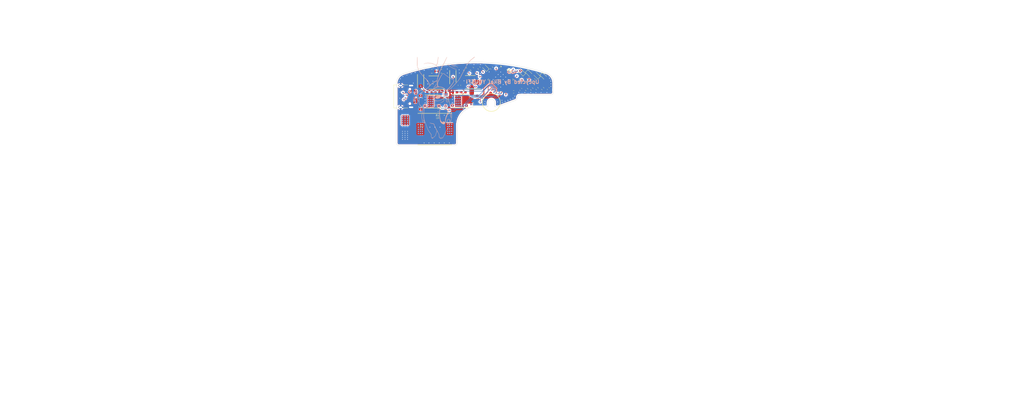
<source format=kicad_pcb>
(kicad_pcb (version 20241229) (generator "pcbnew") (generator_version "9.0")
  (layers (0 "F.Cu" signal) (4 "In1.Cu" signal) (6 "In2.Cu" signal) (2 "B.Cu" signal) (13 "F.Paste" user) (15 "B.Paste" user) (5 "F.SilkS" user "F.Silkscreen") (7 "B.SilkS" user "B.Silkscreen") (1 "F.Mask" user) (3 "B.Mask" user) (25 "Edge.Cuts" user))
  (net 0 "")
  (net 1 "GND")
  (net 2 "Net-(IP1-NTC)")
  (net 3 "Net-(C2-Pad2)")
  (net 4 "Net-(IP1-VCCIO)")
  (net 5 "BAT")
  (net 6 "Net-(C7-Pad1)")
  (net 7 "CSN2")
  (net 8 "LX2")
  (net 9 "BST2")
  (net 10 "Net-(C10-Pad1)")
  (net 11 "CSN1")
  (net 12 "VBUS")
  (net 13 "BST1")
  (net 14 "LX1")
  (net 16 "Net-(D1-K)")
  (net 17 "LED1")
  (net 18 "Net-(D3-K)")
  (net 19 "Net-(D5-A)")
  (net 20 "Net-(IP1-ISET)")
  (net 21 "PCIN")
  (net 22 "CC2")
  (net 24 "LED3")
  (net 26 "CC1")
  (net 30 "LG2")
  (net 33 "Net-(IP1-HLED)")
  (net 34 "D+")
  (net 37 "LED2")
  (net 38 "HG2")
  (net 39 "D-")
  (net 40 "LG1")
  (net 41 "HG1")
  (net 43 "Net-(IP1-FCAP)")
  (net 44 "LT")
  (net 45 "Net-(IP1-BAT_NUM)")
  (net 47 "Net-(IP1-VSET)")
  (net 48 "PCON")
  (footprint "Resistor_SMD:R_1206_3216Metric" (layer "F.Cu") (at 204.89 105.4175 90)
    (property "Reference" "R13" (hide yes))
    (property "Value" "0.005" (hide yes))
  )
  (footprint "SamacSys_Parts:DIOM4725X110N" (layer "F.Cu") (at 197.4 97.499999 90)
    (property "Reference" "T1" (hide yes))
    (property "Value" "TVS" (hide yes))
  )
  (footprint "Custom:PDFN5060" (layer "F.Cu") (at 189.495495 107.65 90)
    (property "Reference" "U1" (hide yes))
    (property "Value" "~")
  )
  (footprint "Connector_USB:USB_C_Receptacle_XKB_U262-16XN-4BVC11" (layer "F.Cu") (at 177.715 105.5 -90)
    (property "Reference" "J3" (hide yes))
    (property "Value" "USB_C_Receptacle_USB2.0_16P" (hide yes))
  )
  (footprint "Diode_SMD:D_0603_1608Metric" (layer "F.Cu") (at 224.756847 95.856847 135)
    (property "Reference" "D1" (hide yes))
    (property "Value" "LED" (hide yes))
  )
  (footprint "Capacitor_SMD:C_0603_1608Metric" (layer "F.Cu") (at 199.980002 101.06 90)
    (property "Reference" "C15" (hide yes))
    (property "Value" "100nF" (hide yes))
  )
  (footprint "Resistor_SMD:R_0603_1608Metric" (layer "F.Cu") (at 223.935 99.02 180)
    (property "Reference" "R5" (hide yes))
    (property "Value" "100" (hide yes))
  )
  (footprint "Resistor_SMD:R_1206_3216Metric" (layer "F.Cu") (at 194.6 106.0625 90)
    (property "Reference" "R8" (hide yes))
    (property "Value" "0.005" (hide yes))
  )
  (footprint "Resistor_SMD:R_0603_1608Metric" (layer "F.Cu") (at 229.925 99.08)
    (property "Reference" "R7" (hide yes))
    (property "Value" "10k" (hide yes))
  )
  (footprint "Capacitor_SMD:C_0603_1608Metric" (layer "F.Cu") (at 224.401992 102.701992 135)
    (property "Reference" "C3" (hide yes))
    (property "Value" "2.2UF" (hide yes))
  )
  (footprint "Resistor_SMD:R_0603_1608Metric" (layer "F.Cu") (at 212.816637 94.216637 -45)
    (property "Reference" "R14" (hide yes))
    (property "Value" "100" (hide yes))
  )
  (footprint "Capacitor_SMD:C_0805_2012Metric" (layer "F.Cu") (at 184.6 106.150001 -90)
    (property "Reference" "C5" (hide yes))
    (property "Value" "22uF" (hide yes))
  )
  (footprint "Capacitor_SMD:C_0805_2012Metric" (layer "F.Cu") (at 189.05 95.5 180)
    (property "Reference" "C13" (hide yes))
    (property "Value" "22uF" (hide yes))
  )
  (footprint "Capacitor_SMD:C_0805_2012Metric" (layer "F.Cu") (at 184.6 109.649999 90)
    (property "Reference" "C6" (hide yes))
    (property "Value" "22uF" (hide yes))
  )
  (footprint "Resistor_SMD:R_0603_1608Metric" (layer "F.Cu") (at 226.925 99.03 180)
    (property "Reference" "R6" (hide yes))
    (property "Value" "100" (hide yes))
  )
  (footprint "SamacSys_Parts:CAPAE530X550N" (layer "F.Cu") (at 204.980001 99.835 180)
    (property "Reference" "C12" (hide yes))
    (property "Value" "100uF" (hide yes))
  )
  (footprint "Resistor_SMD:R_0603_1608Metric" (layer "F.Cu") (at 194.5 110.175 -90)
    (property "Reference" "R9" (hide yes))
    (property "Value" "10" (hide yes))
  )
  (footprint "Capacitor_SMD:C_0805_2012Metric" (layer "F.Cu") (at 202.228249 94.628249 135)
    (property "Reference" "C16" (hide yes))
    (property "Value" "22uF" (hide yes))
  )
  (footprint "Capacitor_SMD:C_0603_1608Metric" (layer "F.Cu") (at 191.275 104)
    (property "Reference" "C7" (hide yes))
    (property "Value" "NC" (hide yes))
  )
  (footprint "Diode_SMD:D_0603_1608Metric" (layer "F.Cu") (at 233.556847 97.556847 -45)
    (property "Reference" "D4" (hide yes))
    (property "Value" "LED" (hide yes))
  )
  (footprint "Resistor_SMD:R_0603_1608Metric" (layer "F.Cu") (at 230.866637 102.416637 -45)
    (property "Reference" "R2" (hide yes))
    (property "Value" "10k" (hide yes))
  )
  (footprint "SamacSys_Parts:INDPM135125X650N" (layer "F.Cu") (at 190.25 118.5)
    (property "Reference" "L1" (hide yes))
    (property "Value" "10uH" (hide yes))
  )
  (footprint "Resistor_SMD:R_0603_1608Metric" (layer "F.Cu") (at 201.655002 103.835)
    (property "Reference" "R11" (hide yes))
    (property "Value" "NC" (hide yes))
  )
  (footprint "Capacitor_SMD:C_0805_2012Metric" (layer "F.Cu") (at 205.028249 94.528249 -45)
    (property "Reference" "C17" (hide yes))
    (property "Value" "10uF" (hide yes))
  )
  (footprint "Resistor_SMD:R_0603_1608Metric" (layer "F.Cu") (at 233.115077 102.395712 -45)
    (property "Reference" "R3" (hide yes))
    (property "Value" "15k" (hide yes))
  )
  (footprint "Capacitor_SMD:C_0603_1608Metric" (layer "F.Cu") (at 235.301992 102.375 135)
    (property "Reference" "C1" (hide yes))
    (property "Value" "0.1uF" (hide yes))
  )
  (footprint "Capacitor_SMD:C_0603_1608Metric" (layer "F.Cu") (at 198.205002 103.835 180)
    (property "Reference" "C10" (hide yes))
    (property "Value" "NC" (hide yes))
  )
  (footprint "Resistor_SMD:R_0603_1608Metric" (layer "F.Cu") (at 228.766637 102.566637 -45)
    (property "Reference" "R4" (hide yes))
    (property "Value" "4.2k" (hide yes))
  )
  (footprint "Capacitor_SMD:C_0603_1608Metric" (layer "F.Cu") (at 191.525 111.1 180)
    (property "Reference" "C8" (hide yes))
    (property "Value" "1uF" (hide yes))
  )
  (footprint "Custom:Solder pad x2" (layer "F.Cu") (at 178.5 119.03 -90)
    (property "Reference" "J2")
    (property "Value" "Conn_01x02_Pin" (hide yes))
  )
  (footprint "SamacSys_Parts:DIOM4725X110N" (layer "F.Cu") (at 184.6 99.099999 90)
    (property "Reference" "T2" (hide yes))
    (property "Value" "TVS" (hide yes))
  )
  (footprint "Capacitor_SMD:C_0603_1608Metric" (layer "F.Cu") (at 221.575 103.65 180)
    (property "Reference" "C2" (hide yes))
    (property "Value" "2.2UF" (hide yes))
  )
  (footprint "Capacitor_SMD:C_0805_2012Metric" (layer "F.Cu") (at 192.85 95.5)
    (property "Reference" "C14" (hide yes))
    (property "Value" "22uF" (hide yes))
  )
  (footprint "SamacSys_Parts:CAPAE530X550N" (layer "F.Cu") (at 190.499999 100 180)
    (property "Reference" "C4" (hide yes))
    (property "Value" "100uF" (hide yes))
  )
  (footprint "Resistor_SMD:R_0603_1608Metric" (layer "F.Cu") (at 226.716637 102.766637 -45)
    (property "Reference" "R1" (hide yes))
    (property "Value" "9.2k" (hide yes))
  )
  (footprint "Diode_SMD:D_0603_1608Metric" (layer "F.Cu") (at 227.756847 96.456847 -45)
    (property "Reference" "D2" (hide yes))
    (property "Value" "LED" (hide yes))
  )
  (footprint "Resistor_SMD:R_0603_1608Metric" (layer "F.Cu") (at 188.075 104 180)
    (property "Reference" "R10" (hide yes))
    (property "Value" "NC" (hide yes))
  )
  (footprint "Diode_SMD:D_0603_1608Metric" (layer "F.Cu") (at 210.256847 94.036847 135)
    (property "Reference" "D5" (hide yes))
    (property "Value" "LED" (hide yes))
  )
  (footprint "Diode_SMD:D_0603_1608Metric" (layer "F.Cu") (at 230.656847 97.056847 135)
    (property "Reference" "D3" (hide yes))
    (property "Value" "LED" (hide yes))
  )
  (footprint "Package_DFN_QFN:QFN-48-1EP_7x7mm_P0.5mm_EP5.7x5.7mm" (layer "F.Cu") (at 216.395908 98.8 -45)
    (property "Reference" "IP1")
    (property "Value" "~" (hide yes))
  )
  (footprint "Capacitor_SMD:C_0603_1608Metric" (layer "F.Cu") (at 207.1 106.025 90)
    (property "Reference" "C11" (hide yes))
    (property "Value" "1uF" (hide yes))
  )
  (footprint "Custom:PDFN5060" (layer "F.Cu") (at 200.390002 107.484998 90)
    (property "Reference" "U2")
    (property "Value" "~" (hide yes))
  )
  (footprint "Capacitor_SMD:C_0603_1608Metric" (layer "F.Cu") (at 184.925 103.3 180)
    (property "Reference" "C9" (hide yes))
    (property "Value" "100nF" (hide yes))
  )
  (footprint "Resistor_SMD:R_0603_1608Metric" (layer "F.Cu") (at 207.816637 94.216637 135)
    (property "Reference" "RTC_B=3380" (hide yes))
    (property "Value" "10k" (hide yes))
  )
  (footprint "Resistor_SMD:R_0603_1608Metric" (layer "F.Cu") (at 205.515 108.48)
    (property "Reference" "R12" (hide yes))
    (property "Value" "10" (hide yes))
  )
  (footprint "LOGO" (layer "B.Cu") (at 192.203459 106.567276 180)
    (property "Reference" "G***" (hide yes))
    (property "Value" "LOGO" (hide yes))
  )
  (gr_line (start 203.41 101.57) (end 206.63 101.57) (stroke (width 0.6)) (layer "F.Cu") (net 12))
  (gr_circle (center 212.7 107.9) (end 209.9 105.7) (stroke (width 0.2)) (fill no) (layer "F.SilkS"))
  (gr_line (start 211.291769 107.893086) (end 211.291769 109.580718) (stroke (width 0.1)) (layer "Edge.Cuts"))
  (gr_arc (start 177.762156 96.484406) (mid 206.127102 91.908237) (end 234.538799 96.18456) (stroke (width 0.1)) (layer "Edge.Cuts"))
  (gr_line (start 198.122549 125) (end 176 125) (stroke (width 0.1)) (layer "Edge.Cuts"))
  (gr_arc (start 175 100.288055) (mid 175.763392 97.93767) (end 177.762156 96.484406) (stroke (width 0.1)) (layer "Edge.Cuts"))
  (gr_line (start 223.933735 104.871732) (end 236.341199 104.871732) (stroke (width 0.1)) (layer "Edge.Cuts"))
  (gr_line (start 214.091769 107.893086) (end 214.091769 109.580718) (stroke (width 0.1)) (layer "Edge.Cuts"))
  (gr_arc (start 237.341199 103.871732) (mid 237.048324 104.578847) (end 236.341199 104.871732) (stroke (width 0.1)) (layer "Edge.Cuts"))
  (gr_arc (start 199.122549 117.06478) (mid 201.314588 111.772766) (end 206.606611 109.580718) (stroke (width 0.1)) (layer "Edge.Cuts"))
  (gr_arc (start 222.933735 106.060771) (mid 222.75355 106.633439) (end 222.277883 106.999686) (stroke (width 0.1)) (layer "Edge.Cuts"))
  (gr_arc (start 211.291769 107.893086) (mid 212.691769 106.493086) (end 214.091769 107.893086) (stroke (width 0.1)) (layer "Edge.Cuts"))
  (gr_line (start 215.236237 109.580718) (end 222.277883 106.999686) (stroke (width 0.1)) (layer "Edge.Cuts"))
  (gr_arc (start 176 125) (mid 175.292864 124.707136) (end 175 124) (stroke (width 0.1)) (layer "Edge.Cuts"))
  (gr_line (start 175 124) (end 175 100.288055) (stroke (width 0.1)) (layer "Edge.Cuts"))
  (gr_line (start 222.933735 106.060771) (end 222.933735 105.871732) (stroke (width 0.1)) (layer "Edge.Cuts"))
  (gr_arc (start 222.933735 105.871732) (mid 223.226648 105.164646) (end 223.933735 104.871732) (stroke (width 0.1)) (layer "Edge.Cuts"))
  (gr_arc (start 234.538799 96.18456) (mid 236.565369 97.633622) (end 237.341199 100.00107) (stroke (width 0.1)) (layer "Edge.Cuts"))
  (gr_line (start 199.122549 124) (end 199.122549 117.06478) (stroke (width 0.1)) (layer "Edge.Cuts"))
  (gr_line (start 206.606611 109.580718) (end 211.291769 109.580718) (stroke (width 0.1)) (layer "Edge.Cuts"))
  (gr_arc (start 199.122549 124) (mid 198.829623 124.707059) (end 198.122549 125) (stroke (width 0.1)) (layer "Edge.Cuts"))
  (gr_line (start 237.341199 103.871732) (end 237.341199 100.00107) (stroke (width 0.1)) (layer "Edge.Cuts"))
  (gr_line (start 214.091769 109.580718) (end 215.236237 109.580718) (stroke (width 0.1)) (layer "Edge.Cuts"))
  (gr_text "Upcycled By Bilal YOUSFI" (at 202.38 100.58 0) (layer "B.SilkS") (effects (font (size 1.5 1.5) (thickness 0.3) (bold yes)) (justify right bottom mirror)))
  (gr_text "" (at 206.170599 129.86706 0) (layer "Edge.Cuts") (effects (font (size 3.5 3.15) (thickness 0.4375)) (justify top)))
  (segment (start 218.042355 100.8) (end 217.4 100.8) (width 0.2) (layer "F.Cu") (net 1))
  (segment (start 217.244436 94.769491) (end 216.395908 95.618019) (width 0.2) (layer "F.Cu") (net 1))
  (segment (start 218.65865 101.416295) (end 218.042355 100.8) (width 0.2) (layer "F.Cu") (net 1))
  (segment (start 212.365399 97.951472) (end 213.213927 98.8) (width 0.2) (layer "F.Cu") (net 1))
  (segment (start 216.395908 98.6) (end 216.395908 98.8) (width 0.2) (layer "F.Cu") (net 1))
  (via (at 192.93 93.8) (size 0.6) (drill 0.3) (layers "F.Cu" "B.Cu") (net 1))
  (via (at 200 96.2) (size 0.6) (drill 0.3) (layers "F.Cu" "B.Cu") (net 1))
  (via (at 179.4 121) (size 0.6) (drill 0.3) (layers "F.Cu" "B.Cu") (net 1))
  (via (at 192 124) (size 0.6) (drill 0.3) (layers "F.Cu" "B.Cu") (net 1))
  (via (at 205.79 92.83) (size 0.6) (drill 0.3) (layers "F.Cu" "B.Cu") (net 1))
  (via (at 230.4 104) (size 0.6) (drill 0.3) (layers "F.Cu" "B.Cu") (net 1))
  (via (at 188.28 117.73) (size 0.6) (drill 0.3) (layers "F.Cu" "B.Cu") (net 1))
  (via (at 220.21 106.62) (size 0.6) (drill 0.3) (layers "F.Cu" "B.Cu") (net 1))
  (via (at 179.4 122.6) (size 0.6) (drill 0.3) (layers "F.Cu" "B.Cu") (net 1))
  (via (at 202.98 99.835) (size 0.6) (drill 0.3) (layers "F.Cu" "B.Cu") (net 1))
  (via (at 228.35 103.95) (size 0.6) (drill 0.3) (layers "F.Cu" "B.Cu") (net 1))
  (via (at 178.4 122.6) (size 0.6) (drill 0.3) (layers "F.Cu" "B.Cu") (net 1))
  (via (at 221.98 105.4) (size 0.6) (drill 0.3) (layers "F.Cu" "B.Cu") (net 1))
  (via (at 177.4 121.8) (size 0.6) (drill 0.3) (layers "F.Cu" "B.Cu") (net 1))
  (via (at 187.39 99.4) (size 0.6) (drill 0.3) (layers "F.Cu" "B.Cu") (net 1))
  (via (at 201.84 99.27) (size 0.6) (drill 0.3) (layers "F.Cu" "B.Cu") (net 1))
  (via (at 189.49 99.43) (size 0.6) (drill 0.3) (layers "F.Cu" "B.Cu") (net 1))
  (via (at 182.4 95.99) (size 0.6) (drill 0.3) (layers "F.Cu" "B.Cu") (net 1))
  (via (at 179.4 119.4) (size 0.6) (drill 0.3) (layers "F.Cu" "B.Cu") (net 1))
  (via (at 177.4 119.4) (size 0.6) (drill 0.3) (layers "F.Cu" "B.Cu") (net 1))
  (via (at 203.04 92.84) (size 0.6) (drill 0.3) (layers "F.Cu" "B.Cu") (net 1))
  (via (at 181.7 100.2) (size 0.6) (drill 0.3) (layers "F.Cu" "B.Cu") (net 1))
  (via (at 201.58 110.45) (size 0.6) (drill 0.3) (layers "F.Cu" "B.Cu") (net 1))
  (via (at 179.4 121.8) (size 0.6) (drill 0.3) (layers "F.Cu" "B.Cu") (net 1))
  (via (at 215.4 98.8) (size 0.6) (drill 0.3) (layers "F.Cu" "B.Cu") (net 1))
  (via (at 177.59 97.57) (size 0.6) (drill 0.3) (layers "F.Cu" "B.Cu") (net 1))
  (via (at 218.4 97.8) (size 0.6) (drill 0.3) (layers "F.Cu" "B.Cu") (net 1))
  (via (at 194 124) (size 0.6) (drill 0.3) (layers "F.Cu" "B.Cu") (net 1))
  (via (at 217.03 107.89) (size 0.6) (drill 0.3) (layers "F.Cu" "B.Cu") (net 1))
  (via (at 216.92 107.02) (size 0.6) (drill 0.3) (layers "F.Cu" "B.Cu") (net 1))
  (via (at 215.4 100.8) (size 0.6) (drill 0.3) (layers "F.Cu" "B.Cu") (net 1))
  (via (at 214.4 97.8) (size 0.6) (drill 0.3) (layers "F.Cu" "B.Cu") (net 1))
  (via (at 187.42 100.57) (size 0.6) (drill 0.3) (layers "F.Cu" "B.Cu") (net 1))
  (via (at 178.4 121.8) (size 0.6) (drill 0.3) (layers "F.Cu" "B.Cu") (net 1))
  (via (at 215.4 96.8) (size 0.6) (drill 0.3) (layers "F.Cu" "B.Cu") (net 1))
  (via (at 197.233506 105.565987) (size 0.6) (drill 0.3) (layers "F.Cu" "B.Cu") (net 1))
  (via (at 186.338999 105.730989) (size 0.6) (drill 0.3) (layers "F.Cu" "B.Cu") (net 1))
  (via (at 199.9 94.9) (size 0.6) (drill 0.3) (layers "F.Cu" "B.Cu") (net 1))
  (via (at 192.28 117.73) (size 0.6) (drill 0.3) (layers "F.Cu" "B.Cu") (net 1))
  (via (at 210.14 107.44) (size 0.6) (drill 0.3) (layers "F.Cu" "B.Cu") (net 1))
  (via (at 178.4 121) (size 0.6) (drill 0.3) (layers "F.Cu" "B.Cu") (net 1))
  (via (at 216.4 95.8) (size 0.6) (drill 0.3) (layers "F.Cu" "B.Cu") (net 1))
  (via (at 197.240003 106.744998) (size 0.6) (drill 0.3) (layers "F.Cu" "B.Cu") (net 1))
  (via (at 208.37 92.79) (size 0.6) (drill 0.3) (layers "F.Cu" "B.Cu") (net 1))
  (via (at 186 124) (size 0.6) (drill 0.3) (layers "F.Cu" "B.Cu") (net 1))
  (via (at 196 124) (size 0.6) (drill 0.3) (layers "F.Cu" "B.Cu") (net 1))
  (via (at 191 113) (size 0.6) (drill 0.3) (layers "F.Cu" "B.Cu") (net 1))
  (via (at 180.81 96.48) (size 0.6) (drill 0.3) (layers "F.Cu" "B.Cu") (net 1))
  (via (at 213.4 98.8) (size 0.6) (drill 0.3) (layers "F.Cu" "B.Cu") (net 1))
  (via (at 236.36 101.53) (size 0.6) (drill 0.3) (layers "F.Cu" "B.Cu") (net 1))
  (via (at 236.35 100.46) (size 0.6) (drill 0.3) (layers "F.Cu" "B.Cu") (net 1))
  (via (at 190 124) (size 0.6) (drill 0.3) (layers "F.Cu" "B.Cu") (net 1))
  (via (at 234.75 103.95) (size 0.6) (drill 0.3) (layers "F.Cu" "B.Cu") (net 1))
  (via (at 217.4 100.8) (size 0.6) (drill 0.3) (layers "F.Cu" "B.Cu") (net 1))
  (via (at 176.3 106.2) (size 0.6) (drill 0.3) (layers "F.Cu" "B.Cu") (net 1))
  (via (at 195.2 94.6) (size 0.6) (drill 0.3) (layers "F.Cu" "B.Cu") (net 1))
  (via (at 195.2 96.2) (size 0.6) (drill 0.3) (layers "F.Cu" "B.Cu") (net 1))
  (via (at 217.4 98.8) (size 0.6) (drill 0.3) (layers "F.Cu" "B.Cu") (net 1))
  (via (at 232.45 103.95) (size 0.6) (drill 0.3) (layers "F.Cu" "B.Cu") (net 1))
  (via (at 177.4 122.6) (size 0.6) (drill 0.3) (layers "F.Cu" "B.Cu") (net 1))
  (via (at 178.4 120.2) (size 0.6) (drill 0.3) (layers "F.Cu" "B.Cu") (net 1))
  (via (at 186.345496 106.91) (size 0.6) (drill 0.3) (layers "F.Cu" "B.Cu") (net 1))
  (via (at 177.4 120.2) (size 0.6) (drill 0.3) (layers "F.Cu" "B.Cu") (net 1))
  (via (at 226 103.95) (size 0.6) (drill 0.3) (layers "F.Cu" "B.Cu") (net 1))
  (via (at 223.6 103.85) (size 0.6) (drill 0.3) (layers "F.Cu" "B.Cu") (net 1))
  (via (at 186.345496 108.11) (size 0.6) (drill 0.3) (layers "F.Cu" "B.Cu") (net 1))
  (via (at 214.4 99.8) (size 0.6) (drill 0.3) (layers "F.Cu" "B.Cu") (net 1))
  (via (at 218.15 107.46) (size 0.6) (drill 0.3) (layers "F.Cu" "B.Cu") (net 1))
  (via (at 208.36 96.4) (size 0.6) (drill 0.3) (layers "F.Cu" "B.Cu") (net 1))
  (via (at 178.4 119.4) (size 0.6) (drill 0.3) (layers "F.Cu" "B.Cu") (net 1))
  (via (at 216.4 101.8) (size 0.6) (drill 0.3) (layers "F.Cu" "B.Cu") (net 1))
  (via (at 219.25 107.02) (size 0.6) (drill 0.3) (layers "F.Cu" "B.Cu") (net 1))
  (via (at 194 113) (size 0.6) (drill 0.3) (layers "F.Cu" "B.Cu") (net 1))
  (via (at 215.2 107.69) (size 0.6) (drill 0.3) (layers "F.Cu" "B.Cu") (net 1))
  (via (at 176.1 99.54) (size 0.6) (drill 0.3) (layers "F.Cu" "B.Cu") (net 1))
  (via (at 179.15 97.01) (size 0.6) (drill 0.3) (layers "F.Cu" "B.Cu") (net 1))
  (via (at 179.4 120.2) (size 0.6) (drill 0.3) (layers "F.Cu" "B.Cu") (net 1))
  (via (at 176.59 98.48) (size 0.6) (drill 0.3) (layers "F.Cu" "B.Cu") (net 1))
  (via (at 210 108.4) (size 0.6) (drill 0.3) (layers "F.Cu" "B.Cu") (net 1))
  (via (at 219.4 98.8) (size 0.6) (drill 0.3) (layers "F.Cu" "B.Cu") (net 1))
  (via (at 236.28 99.44) (size 0.6) (drill 0.3) (layers "F.Cu" "B.Cu") (net 1))
  (via (at 176.5 103.8) (size 0.6) (drill 0.3) (layers "F.Cu" "B.Cu") (net 1))
  (via (at 235.81 98.32) (size 0.6) (drill 0.3) (layers "F.Cu" "B.Cu") (net 1))
  (via (at 187.9 124) (size 0.6) (drill 0.3) (layers "F.Cu" "B.Cu") (net 1))
  (via (at 216.4 99.8) (size 0.6) (drill 0.3) (layers "F.Cu" "B.Cu") (net 1))
  (via (at 204.02 99.29) (size 0.6) (drill 0.3) (layers "F.Cu" "B.Cu") (net 1))
  (via (at 221.28 106.16) (size 0.6) (drill 0.3) (layers "F.Cu" "B.Cu") (net 1))
  (via (at 218.4 99.8) (size 0.6) (drill 0.3) (layers "F.Cu" "B.Cu") (net 1))
  (via (at 190.28 117.73) (size 0.6) (drill 0.3) (layers "F.Cu" "B.Cu") (net 1))
  (via (at 216.4 97.6) (size 0.6) (drill 0.3) (layers "F.Cu" "B.Cu") (net 1))
  (via (at 189.54 100.5) (size 0.6) (drill 0.3) (layers "F.Cu" "B.Cu") (net 1))
  (via (at 177.4 121) (size 0.6) (drill 0.3) (layers "F.Cu" "B.Cu") (net 1))
  (via (at 211.83 95.74) (size 0.6) (drill 0.3) (layers "F.Cu" "B.Cu") (net 1))
  (via (at 217.4 96.8) (size 0.6) (drill 0.3) (layers "F.Cu" "B.Cu") (net 1))
  (via (at 197.240003 107.944998) (size 0.6) (drill 0.3) (layers "F.Cu" "B.Cu") (net 1))
  (via (at 186.06 95.07) (size 0.6) (drill 0.3) (layers "F.Cu" "B.Cu") (net 1))
  (segment (start 208.4 94.8) (end 209.4 95.8) (width 0.2) (layer "F.Cu") (net 2))
  (segment (start 232.816992 99.89) (end 231.035043 99.89) (width 0.2) (layer "F.Cu") (net 2))
  (segment (start 221.405025 98.305025) (end 220.77997 98.305025) (width 0.2) (layer "F.Cu") (net 2))
  (segment (start 221.894975 98.305025) (end 220.77997 98.305025) (width 0.2) (layer "F.Cu") (net 2))
  (segment (start 234.753984 101.826992) (end 232.816992 99.89) (width 0.2) (layer "F.Cu") (net 2))
  (segment (start 222.979 99.879) (end 221.405025 98.305025) (width 0.2) (layer "F.Cu") (net 2))
  (segment (start 222.8 97.4) (end 221.894975 98.305025) (width 0.2) (layer "F.Cu") (net 2))
  (segment (start 231.035043 99.89) (end 231.024043 99.879) (width 0.2) (layer "F.Cu") (net 2))
  (segment (start 230.774687 99.879) (end 222.979 99.879) (width 0.2) (layer "F.Cu") (net 2))
  (segment (start 231.024043 99.879) (end 230.774687 99.879) (width 0.2) (layer "F.Cu") (net 2))
  (via (at 222.8 97.4) (size 0.6) (drill 0.3) (layers "F.Cu" "B.Cu") (net 2))
  (via (at 209.4 95.8) (size 0.6) (drill 0.3) (layers "F.Cu" "B.Cu") (net 2))
  (segment (start 222.8 97.4) (end 222.699 97.299) (width 0.2) (layer "B.Cu") (net 2))
  (segment (start 220.185248 103.65) (end 218.305096 101.769848) (width 0.2) (layer "F.Cu") (net 3))
  (segment (start 220.8 103.65) (end 220.185248 103.65) (width 0.2) (layer "F.Cu") (net 3))
  (segment (start 220.810552 102.153984) (end 219.365756 100.709188) (width 0.2) (layer "F.Cu") (net 4))
  (segment (start 223.853984 102.153984) (end 220.810552 102.153984) (width 0.2) (layer "F.Cu") (net 4))
  (segment (start 218.5 103.4) (end 217.59799 102.49799) (width 0.2) (layer "F.Cu") (net 5))
  (segment (start 217.59799 102.49799) (end 217.59799 102.476955) (width 0.2) (layer "F.Cu") (net 5))
  (segment (start 185.100002 111.1) (end 184.6 110.599998) (width 0.2) (layer "F.Cu") (net 5))
  (segment (start 218.5 104.76) (end 218.5 104.086073) (width 0.2) (layer "F.Cu") (net 5))
  (segment (start 192.5 100.8) (end 194.6 102.9) (width 0.6) (layer "F.Cu") (net 5))
  (segment (start 218.5 104.086073) (end 217.244436 102.830509) (width 0.2) (layer "F.Cu") (net 5))
  (segment (start 194.6 102.9) (end 194.6 104.6) (width 0.6) (layer "F.Cu") (net 5))
  (segment (start 192.5 100) (end 192.5 100.8) (width 0.6) (layer "F.Cu") (net 5))
  (segment (start 190.75 111.1) (end 185.100002 111.1) (width 0.2) (layer "F.Cu") (net 5))
  (segment (start 218.45 104.81) (end 218.5 104.76) (width 0.2) (layer "F.Cu") (net 5))
  (segment (start 218.5 104.76) (end 218.5 103.4) (width 0.2) (layer "F.Cu") (net 5))
  (via (at 177.4 115) (size 0.6) (drill 0.3) (layers "F.Cu" "B.Cu") (net 5))
  (via (at 184.6 105.2) (size 0.6) (drill 0.3) (layers "F.Cu" "B.Cu") (net 5))
  (via (at 177.4 116.6) (size 0.6) (drill 0.3) (layers "F.Cu" "B.Cu") (net 5))
  (via (at 179.4 115) (size 0.6) (drill 0.3) (layers "F.Cu" "B.Cu") (net 5))
  (via (at 178.4 116.6) (size 0.6) (drill 0.3) (layers "F.Cu" "B.Cu") (net 5))
  (via (at 179.4 113.4) (size 0.6) (drill 0.3) (layers "F.Cu" "B.Cu") (net 5))
  (via (at 177.4 114.2) (size 0.6) (drill 0.3) (layers "F.Cu" "B.Cu") (net 5))
  (via (at 184.6 110.6) (size 0.6) (drill 0.3) (layers "F.Cu" "B.Cu") (net 5))
  (via (at 194.02 104.9) (size 0.6) (drill 0.3) (layers "F.Cu" "B.Cu") (net 5))
  (via (at 178.4 114.2) (size 0.6) (drill 0.3) (layers "F.Cu" "B.Cu") (net 5))
  (via (at 195.16 104.9) (size 0.6) (drill 0.3) (layers "F.Cu" "B.Cu") (net 5))
  (via (at 179.4 114.2) (size 0.6) (drill 0.3) (layers "F.Cu" "B.Cu") (net 5))
  (via (at 178.4 113.4) (size 0.6) (drill 0.3) (layers "F.Cu" "B.Cu") (net 5))
  (via (at 178.4 115) (size 0.6) (drill 0.3) (layers "F.Cu" "B.Cu") (net 5))
  (via (at 218.45 104.81) (size 0.6) (drill 0.3) (layers "F.Cu" "B.Cu") (net 5))
  (via (at 179.4 116.6) (size 0.6) (drill 0.3) (layers "F.Cu" "B.Cu") (net 5))
  (via (at 195.18 104.34) (size 0.6) (drill 0.3) (layers "F.Cu" "B.Cu") (net 5))
  (via (at 179.4 115.8) (size 0.6) (drill 0.3) (layers "F.Cu" "B.Cu") (net 5))
  (via (at 177.4 115.8) (size 0.6) (drill 0.3) (layers "F.Cu" "B.Cu") (net 5))
  (via (at 177.4 113.4) (size 0.6) (drill 0.3) (layers "F.Cu" "B.Cu") (net 5))
  (via (at 194.6 104.6) (size 0.6) (drill 0.3) (layers "F.Cu" "B.Cu") (net 5))
  (via (at 194.02 104.31) (size 0.6) (drill 0.3) (layers "F.Cu" "B.Cu") (net 5))
  (via (at 178.4 115.8) (size 0.6) (drill 0.3) (layers "F.Cu" "B.Cu") (net 5))
  (segment (start 188.9 104) (end 190.5 104) (width 0.2) (layer "F.Cu") (net 6))
  (segment (start 216.890883 103.184062) (end 216.890883 103.909117) (width 0.2) (layer "F.Cu") (net 7))
  (segment (start 195.95 111.05) (end 194.55 111.05) (width 0.2) (layer "F.Cu") (net 7))
  (segment (start 216.890883 103.909117) (end 216.55 104.25) (width 0.2) (layer "F.Cu") (net 7))
  (segment (start 194.5 111) (end 192.4 111) (width 0.2) (layer "F.Cu") (net 7))
  (segment (start 192.4 111) (end 192.3 111.1) (width 0.2) (layer "F.Cu") (net 7))
  (segment (start 194.55 111.05) (end 194.5 111) (width 0.2) (layer "F.Cu") (net 7))
  (via (at 195.95 111.05) (size 0.6) (drill 0.3) (layers "F.Cu" "B.Cu") (net 7))
  (via (at 216.55 104.25) (size 0.6) (drill 0.3) (layers "F.Cu" "B.Cu") (net 7))
  (segment (start 208.742479 105.699) (end 215.101 105.699) (width 0.2) (layer "B.Cu") (net 7))
  (segment (start 208.541479 105.9) (end 208.742479 105.699) (width 0.2) (layer "B.Cu") (net 7))
  (segment (start 197.9 111.05) (end 198.58 110.37) (width 0.2) (layer "B.Cu") (net 7))
  (segment (start 198.58 110.37) (end 200.856479 110.37) (width 0.2) (layer "B.Cu") (net 7))
  (segment (start 200.856479 110.37) (end 205.326479 105.9) (width 0.2) (layer "B.Cu") (net 7))
  (segment (start 215.101 105.699) (end 216.55 104.25) (width 0.2) (layer "B.Cu") (net 7))
  (segment (start 205.326479 105.9) (end 208.541479 105.9) (width 0.2) (layer "B.Cu") (net 7))
  (segment (start 195.95 111.05) (end 197.9 111.05) (width 0.2) (layer "B.Cu") (net 7))
  (segment (start 187.25 104) (end 187.25 105.2) (width 0.2) (layer "F.Cu") (net 8))
  (segment (start 186.55 103.3) (end 187.25 104) (width 0.2) (layer "F.Cu") (net 8))
  (segment (start 187.25 105.2) (end 187.75 105.7) (width 0.2) (layer "F.Cu") (net 8))
  (segment (start 214.840273 102.159727) (end 213.95 103.05) (width 0.2) (layer "F.Cu") (net 8))
  (segment (start 185.7 103.3) (end 186.55 103.3) (width 0.2) (layer "F.Cu") (net 8))
  (segment (start 214.840273 102.123402) (end 214.840273 102.159727) (width 0.2) (layer "F.Cu") (net 8))
  (via (at 213.95 103.05) (size 0.6) (drill 0.3) (layers "F.Cu" "B.Cu") (net 8))
  (via (at 187.75 105.7) (size 0.6) (drill 0.3) (layers "F.Cu" "B.Cu") (net 8))
  (via (at 185.3 120.25) (size 0.6) (drill 0.3) (layers "F.Cu" "B.Cu") (net 8))
  (via (at 183.7 117.75) (size 0.6) (drill 0.3) (layers "F.Cu" "B.Cu") (net 8))
  (via (at 189.35 107.5) (size 0.6) (drill 0.3) (layers "F.Cu" "B.Cu") (net 8))
  (via (at 187.8 108.35) (size 0.6) (drill 0.3) (layers "F.Cu" "B.Cu") (net 8))
  (via (at 185.3 119.35) (size 0.6) (drill 0.3) (layers "F.Cu" "B.Cu") (net 8))
  (via (at 185.35 116.75) (size 0.6) (drill 0.3) (layers "F.Cu" "B.Cu") (net 8))
  (via (at 189.4 108.3) (size 0.6) (drill 0.3) (layers "F.Cu" "B.Cu") (net 8))
  (via (at 184.5 120.25) (size 0.6) (drill 0.3) (layers "F.Cu" "B.Cu") (net 8))
  (via (at 183.7 119.4) (size 0.6) (drill 0.3) (layers "F.Cu" "B.Cu") (net 8))
  (via (at 188.7 105.7) (size 0.6) (drill 0.3) (layers "F.Cu" "B.Cu") (net 8))
  (via (at 189.45 105.7) (size 0.6) (drill 0.3) (layers "F.Cu" "B.Cu") (net 8))
  (via (at 189.45 106.75) (size 0.6) (drill 0.3) (layers "F.Cu" "B.Cu") (net 8))
  (via (at 183.65 116.75) (size 0.6) (drill 0.3) (layers "F.Cu" "B.Cu") (net 8))
  (via (at 183.712225 118.592817) (size 0.6) (drill 0.3) (layers "F.Cu" "B.Cu") (net 8))
  (via (at 184.55 119.35) (size 0.6) (drill 0.3) (layers "F.Cu" "B.Cu") (net 8))
  (via (at 184.485495 118.550002) (size 0.6) (drill 0.3) (layers "F.Cu" "B.Cu") (net 8))
  (via (at 188.585495 107.500002) (size 0.6) (drill 0.3) (layers "F.Cu" "B.Cu") (net 8))
  (via (at 184.6 116.75) (size 0.6) (drill 0.3) (layers "F.Cu" "B.Cu") (net 8))
  (via (at 187.812225 107.542817) (size 0.6) (drill 0.3) (layers "F.Cu" "B.Cu") (net 8))
  (via (at 184.55 117.75) (size 0.6) (drill 0.3) (layers "F.Cu" "B.Cu") (net 8))
  (via (at 188.6 109.2) (size 0.6) (drill 0.3) (layers "F.Cu" "B.Cu") (net 8))
  (via (at 185.25 118.55) (size 0.6) (drill 0.3) (layers "F.Cu" "B.Cu") (net 8))
  (via (at 188.65 108.3) (size 0.6) (drill 0.3) (layers "F.Cu" "B.Cu") (net 8))
  (via (at 187.8 109.15) (size 0.6) (drill 0.3) (layers "F.Cu" "B.Cu") (net 8))
  (via (at 189.4 109.2) (size 0.6) (drill 0.3) (layers "F.Cu" "B.Cu") (net 8))
  (via (at 187.8 106.7) (size 0.6) (drill 0.3) (layers "F.Cu" "B.Cu") (net 8))
  (via (at 185.35 117.8) (size 0.6) (drill 0.3) (layers "F.Cu" "B.Cu") (net 8))
  (via (at 188.65 106.7) (size 0.6) (drill 0.3) (layers "F.Cu" "B.Cu") (net 8))
  (via (at 183.7 120.2) (size 0.6) (drill 0.3) (layers "F.Cu" "B.Cu") (net 8))
  (segment (start 207.96 104.939) (end 211.689 101.21) (width 0.2) (layer "B.Cu") (net 8))
  (segment (start 212.342479 101.049) (end 212.757521 101.049) (width 0.2) (layer "B.Cu") (net 8))
  (segment (start 213.95 102.241479) (end 213.95 103.05) (width 0.2) (layer "B.Cu") (net 8))
  (segment (start 212.757521 101.049) (end 213.95 102.241479) (width 0.2) (layer "B.Cu") (net 8))
  (segment (start 197.151972 104.939) (end 207.96 104.939) (width 0.2) (layer "B.Cu") (net 8))
  (segment (start 211.689 101.21) (end 212.181479 101.21) (width 0.2) (layer "B.Cu") (net 8))
  (segment (start 212.181479 101.21) (end 212.342479 101.049) (width 0.2) (layer "B.Cu") (net 8))
  (segment (start 196.390972 105.7) (end 197.151972 104.939) (width 0.2) (layer "B.Cu") (net 8))
  (segment (start 189.45 105.7) (end 196.390972 105.7) (width 0.2) (layer "B.Cu") (net 8))
  (segment (start 213.95 103.8) (end 213.7 103.8) (width 0.2) (layer "F.Cu") (net 9))
  (segment (start 184.6 102.85) (end 184.15 103.3) (width 0.2) (layer "F.Cu") (net 9))
  (segment (start 184.6 101.4) (end 184.6 102.85) (width 0.2) (layer "F.Cu") (net 9))
  (segment (start 215.193826 102.476955) (end 215.193826 102.556174) (width 0.2) (layer "F.Cu") (net 9))
  (segment (start 215.193826 102.556174) (end 213.95 103.8) (width 0.2) (layer "F.Cu") (net 9))
  (via (at 184.6 101.4) (size 0.6) (drill 0.3) (layers "F.Cu" "B.Cu") (net 9))
  (via (at 213.7 103.8) (size 0.6) (drill 0.3) (layers "F.Cu" "B.Cu") (net 9))
  (segment (start 212.217801 100.748) (end 212.882199 100.748) (width 0.2) (layer "B.Cu") (net 9))
  (segment (start 214.451 103.257521) (end 213.908521 103.8) (width 0.2) (layer "B.Cu") (net 9))
  (segment (start 211.564322 100.909) (end 212.056801 100.909) (width 0.2) (layer "B.Cu") (net 9))
  (segment (start 209.053322 103.42) (end 211.564322 100.909) (width 0.2) (layer "B.Cu") (net 9))
  (segment (start 212.882199 100.748) (end 214.451 102.316801) (width 0.2) (layer "B.Cu") (net 9))
  (segment (start 186.62 103.42) (end 209.053322 103.42) (width 0.2) (layer "B.Cu") (net 9))
  (segment (start 212.056801 100.909) (end 212.217801 100.748) (width 0.2) (layer "B.Cu") (net 9))
  (segment (start 214.451 102.316801) (end 214.451 103.257521) (width 0.2) (layer "B.Cu") (net 9))
  (segment (start 184.6 101.4) (end 186.62 103.42) (width 0.2) (layer "B.Cu") (net 9))
  (segment (start 213.908521 103.8) (end 213.7 103.8) (width 0.2) (layer "B.Cu") (net 9))
  (segment (start 198.980002 103.835) (end 200.830002 103.835) (width 0.2) (layer "F.Cu") (net 10))
  (segment (start 212.365399 99.648528) (end 212.151472 99.648528) (width 0.2) (layer "F.Cu") (net 11))
  (segment (start 207.1 108.27) (end 207.1 106.8) (width 0.2) (layer "F.Cu") (net 11))
  (segment (start 206.34 108.48) (end 206.89 108.48) (width 0.2) (layer "F.Cu") (net 11))
  (segment (start 206.89 108.48) (end 207.1 108.27) (width 0.2) (layer "F.Cu") (net 11))
  (segment (start 207.1 106.8) (end 209.55 104.35) (width 0.2) (layer "F.Cu") (net 11))
  (segment (start 209.55 104.35) (end 209.55 102.25) (width 0.2) (layer "F.Cu") (net 11))
  (segment (start 212.151472 99.648528) (end 209.55 102.25) (width 0.2) (layer "F.Cu") (net 11))
  (segment (start 207.1 105.25) (end 205.975 105.25) (width 0.2) (layer "F.Cu") (net 12))
  (segment (start 181.385 108.05) (end 181.6 108.05) (width 0.2) (layer "F.Cu") (net 12))
  (segment (start 203.94 96.34) (end 202.9 95.3) (width 0.2) (layer "F.Cu") (net 12))
  (segment (start 211.4 97.65) (end 212.011846 98.261846) (width 0.2) (layer "F.Cu") (net 12))
  (segment (start 204.9 104.175) (end 204.9 101.8) (width 1.8) (layer "F.Cu") (net 12))
  (segment (start 213.42606 96.890812) (end 213.185248 96.65) (width 0.2) (layer "F.Cu") (net 12))
  (segment (start 190.9 95.5) (end 189.999999 95.5) (width 0.2) (layer "F.Cu") (net 12))
  (segment (start 205.975 105.25) (end 204.9 104.175) (width 0.2) (layer "F.Cu") (net 12))
  (segment (start 212.005025 98.305025) (end 212.011846 98.305025) (width 0.2) (layer "F.Cu") (net 12))
  (segment (start 208.05 97.65) (end 211.4 97.65) (width 0.2) (layer "F.Cu") (net 12))
  (segment (start 211.5 97.65) (end 211.4 97.65) (width 0.2) (layer "F.Cu") (net 12))
  (segment (start 212.718953 97.597918) (end 212.697918 97.597918) (width 0.2) (layer "F.Cu") (net 12))
  (segment (start 190.9 95.5) (end 191.9 95.5) (width 0.2) (layer "F.Cu") (net 12))
  (segment (start 212.5 96.65) (end 212.15 97) (width 0.2) (layer "F.Cu") (net 12))
  (segment (start 206.980002 99.85) (end 206.980002 99.835) (width 1) (layer "F.Cu") (net 12))
  (segment (start 212.718953 97.597918) (end 212.15 97.028965) (width 0.2) (layer "F.Cu") (net 12))
  (segment (start 212.15 97.028965) (end 212.15 97) (width 0.2) (layer "F.Cu") (net 12))
  (segment (start 204 96.34) (end 203.94 96.34) (width 0.2) (layer "F.Cu") (net 12))
  (segment (start 212.15 97) (end 211.5 97.65) (width 0.2) (layer "F.Cu") (net 12))
  (segment (start 213.185248 96.65) (end 212.5 96.65) (width 0.2) (layer "F.Cu") (net 12))
  (segment (start 207.1 96.24) (end 206.74 96.24) (width 0.2) (layer "F.Cu") (net 12))
  (segment (start 206.74 96.24) (end 205.7 95.2) (width 0.2) (layer "F.Cu") (net 12))
  (segment (start 212.011846 99.294975) (end 212.011846 98.305025) (width 0.2) (layer "F.Cu") (net 12))
  (segment (start 212.011846 98.261846) (end 212.011846 98.305025) (width 0.2) (layer "F.Cu") (net 12))
  (via (at 207.1 96.24) (size 0.6) (drill 0.3) (layers "F.Cu" "B.Cu") (net 12))
  (via (at 206.45 101.56) (size 0.6) (drill 0.3) (layers "F.Cu" "B.Cu") (net 12))
  (via (at 204.23 101.56) (size 0.6) (drill 0.3) (layers "F.Cu" "B.Cu") (net 12))
  (via (at 205.8 101.58) (size 0.6) (drill 0.3) (layers "F.Cu" "B.Cu") (net 12))
  (via (at 190.9 95.5) (size 0.6) (drill 0.3) (layers "F.Cu" "B.Cu") (net 12))
  (via (at 207.95 99.29) (size 0.6) (drill 0.3) (layers "F.Cu" "B.Cu") (net 12))
  (via (at 207.98 100.26) (size 0.6) (drill 0.3) (layers "F.Cu" "B.Cu") (net 12))
  (via (at 182.5 107.1) (size 0.6) (drill 0.3) (layers "F.Cu" "B.Cu") (net 12))
  (via (at 182.53 107.77) (size 0.6) (drill 0.3) (layers "F.Cu" "B.Cu") (net 12))
  (via (at 182.6 104.06) (size 0.6) (drill 0.3) (layers "F.Cu" "B.Cu") (net 12))
  (via (at 204 96.34) (size 0.6) (drill 0.3) (layers "F.Cu" "B.Cu") (net 12))
  (via (at 208.05 97.65) (size 0.6) (drill 0.3) (layers "F.Cu" "B.Cu") (net 12))
  (via (at 206 100.26) (size 0.6) (drill 0.3) (layers "F.Cu" "B.Cu") (net 12))
  (via (at 180.3 103.6) (size 0.6) (drill 0.3) (layers "F.Cu" "B.Cu") (net 12))
  (via (at 182.7 103.3) (size 0.6) (drill 0.3) (layers "F.Cu" "B.Cu") (net 12))
  (via (at 182.61 106.36) (size 0.6) (drill 0.3) (layers "F.Cu" "B.Cu") (net 12))
  (via (at 206.980002 99.85) (size 0.6) (drill 0.3) (layers "F.Cu" "B.Cu") (net 12))
  (via (at 203.59 101.57) (size 0.6) (drill 0.3) (layers "F.Cu" "B.Cu") (net 12))
  (via (at 205.99 99.39) (size 0.6) (drill 0.3) (layers "F.Cu" "B.Cu") (net 12))
  (segment (start 197.885 100.285) (end 197.4 99.8) (width 0.2) (layer "F.Cu") (net 13))
  (segment (start 213.390812 100.709188) (end 212.55 101.55) (width 0.2) (layer "F.Cu") (net 13))
  (segment (start 197.5 97.65) (end 197.4 97.75) (width 0.2) (layer "F.Cu") (net 13))
  (segment (start 213.42606 100.709188) (end 213.390812 100.709188) (width 0.2) (layer "F.Cu") (net 13))
  (segment (start 199.980002 100.285) (end 197.885 100.285) (width 0.2) (layer "F.Cu") (net 13))
  (segment (start 197.4 97.75) (end 197.4 99.8) (width 0.2) (layer "F.Cu") (net 13))
  (segment (start 197.5 97.65) (end 197.5 97.804998) (width 0.2) (layer "F.Cu") (net 13))
  (segment (start 197.5 97.804998) (end 199.980002 100.285) (width 0.2) (layer "F.Cu") (net 13))
  (via (at 212.55 101.55) (size 0.6) (drill 0.3) (layers "F.Cu" "B.Cu") (net 13))
  (via (at 197.5 97.65) (size 0.6) (drill 0.3) (layers "F.Cu" "B.Cu") (net 13))
  (segment (start 211.9 102.85) (end 212.35 102.4) (width 0.2) (layer "F.Cu") (net 14))
  (segment (start 202.480002 103.835) (end 202.080002 103.835) (width 0.2) (layer "F.Cu") (net 14))
  (segment (start 199.480002 106.435) (end 199.480002 107.335) (width 0.2) (layer "F.Cu") (net 14))
  (segment (start 202.080002 103.835) (end 199.480002 106.435) (width 0.2) (layer "F.Cu") (net 14))
  (segment (start 200.480002 101.835) (end 202.480002 103.835) (width 0.2) (layer "F.Cu") (net 14))
  (segment (start 196.130002 117.535) (end 196.130002 118.435) (width 0.2) (layer "F.Cu") (net 14))
  (segment (start 199.980002 101.835) (end 200.480002 101.835) (width 0.2) (layer "F.Cu") (net 14))
  (segment (start 212.442355 102.4) (end 213.779613 101.062742) (width 0.2) (layer "F.Cu") (net 14))
  (segment (start 212.35 102.4) (end 212.442355 102.4) (width 0.2) (layer "F.Cu") (net 14))
  (via (at 196.130002 118.435) (size 0.6) (drill 0.3) (layers "F.Cu" "B.Cu") (net 14))
  (via (at 200.2 106.35) (size 0.6) (drill 0.3) (layers "F.Cu" "B.Cu") (net 14))
  (via (at 196.15 119.35) (size 0.6) (drill 0.3) (layers "F.Cu" "B.Cu") (net 14))
  (via (at 198.6 105.45) (size 0.6) (drill 0.3) (layers "F.Cu" "B.Cu") (net 14))
  (via (at 199.35 105.45) (size 0.6) (drill 0.3) (layers "F.Cu" "B.Cu") (net 14))
  (via (at 199.480002 107.335) (size 0.6) (drill 0.3) (layers "F.Cu" "B.Cu") (net 14))
  (via (at 195.25 117.45) (size 0.6) (drill 0.3) (layers "F.Cu" "B.Cu") (net 14))
  (via (at 196.05 117.45) (size 0.6) (drill 0.3) (layers "F.Cu" "B.Cu") (net 14))
  (via (at 195.25 116.55) (size 0.6) (drill 0.3) (layers "F.Cu" "B.Cu") (net 14))
  (via (at 211.9 102.85) (size 0.6) (drill 0.3) (layers "F.Cu" "B.Cu") (net 14))
  (via (at 200.3 107.3) (size 0.6) (drill 0.3) (layers "F.Cu" "B.Cu") (net 14))
  (via (at 196.85 117.45) (size 0.6) (drill 0.3) (layers "F.Cu" "B.Cu") (net 14))
  (via (at 196.95 119.3) (size 0.6) (drill 0.3) (layers "F.Cu" "B.Cu") (net 14))
  (via (at 196.95 116.55) (size 0.6) (drill 0.3) (layers "F.Cu" "B.Cu") (net 14))
  (via (at 195.35 118.45) (size 0.6) (drill 0.3) (layers "F.Cu" "B.Cu") (net 14))
  (via (at 196.1 120.2) (size 0.6) (drill 0.3) (layers "F.Cu" "B.Cu") (net 14))
  (via (at 195.4 119.35) (size 0.6) (drill 0.3) (layers "F.Cu" "B.Cu") (net 14))
  (via (at 200.3 108.2) (size 0.6) (drill 0.3) (layers "F.Cu" "B.Cu") (net 14))
  (via (at 200.25 109.15) (size 0.6) (drill 0.3) (layers "F.Cu" "B.Cu") (net 14))
  (via (at 198.7 107.35) (size 0.6) (drill 0.3) (layers "F.Cu" "B.Cu") (net 14))
  (via (at 195.35 120.2) (size 0.6) (drill 0.3) (layers "F.Cu" "B.Cu") (net 14))
  (via (at 199.5 108.25) (size 0.6) (drill 0.3) (layers "F.Cu" "B.Cu") (net 14))
  (via (at 199.4 106.35) (size 0.6) (drill 0.3) (layers "F.Cu" "B.Cu") (net 14))
  (via (at 199.45 109.1) (size 0.6) (drill 0.3) (layers "F.Cu" "B.Cu") (net 14))
  (via (at 198.7 109.1) (size 0.6) (drill 0.3) (layers "F.Cu" "B.Cu") (net 14))
  (via (at 198.6 106.35) (size 0.6) (drill 0.3) (layers "F.Cu" "B.Cu") (net 14))
  (via (at 196 116.55) (size 0.6) (drill 0.3) (layers "F.Cu" "B.Cu") (net 14))
  (via (at 200.3 105.45) (size 0.6) (drill 0.3) (layers "F.Cu" "B.Cu") (net 14))
  (via (at 196.95 118.4) (size 0.6) (drill 0.3) (layers "F.Cu" "B.Cu") (net 14))
  (via (at 198.75 108.25) (size 0.6) (drill 0.3) (layers "F.Cu" "B.Cu") (net 14))
  (via (at 196.9 120.25) (size 0.6) (drill 0.3) (layers "F.Cu" "B.Cu") (net 14))
  (segment (start 211.9 102.85) (end 209.755 104.995) (width 0.2) (layer "B.Cu") (net 14))
  (segment (start 200.51 105.24) (end 208.350123 105.24) (width 0.2) (layer "B.Cu") (net 14))
  (segment (start 200.3 105.45) (end 200.51 105.24) (width 0.2) (layer "B.Cu") (net 14))
  (segment (start 208.350123 105.24) (end 208.493123 105.097) (width 0.2) (layer "B.Cu") (net 14))
  (segment (start 208.493123 105.097) (end 209.653 105.097) (width 0.2) (layer "B.Cu") (net 14))
  (segment (start 209.653 105.097) (end 209.755 104.995) (width 0.2) (layer "B.Cu") (net 14))
  (segment (start 228.313694 97.013694) (end 225.913694 97.013694) (width 0.2) (layer "F.Cu") (net 16))
  (segment (start 225.313694 96.413694) (end 223.1 98.627388) (width 0.2) (layer "F.Cu") (net 16))
  (segment (start 225.913694 97.013694) (end 225.313694 96.413694) (width 0.2) (layer "F.Cu") (net 16))
  (segment (start 223.1 98.627388) (end 223.1 98.9) (width 0.2) (layer "F.Cu") (net 16))
  (segment (start 219.788301 95.054054) (end 218.65865 96.183705) (width 0.2) (layer "F.Cu") (net 17))
  (segment (start 219.796946 95.054054) (end 219.788301 95.054054) (width 0.2) (layer "F.Cu") (net 17))
  (segment (start 230.1 96.5) (end 232.5 96.5) (width 0.2) (layer "F.Cu") (net 17))
  (segment (start 229.5 95.9) (end 230.1 96.5) (width 0.2) (layer "F.Cu") (net 17))
  (segment (start 227.2 95.9) (end 229.5 95.9) (width 0.2) (layer "F.Cu") (net 17))
  (segment (start 224.2 95.3) (end 226.6 95.3) (width 0.2) (layer "F.Cu") (net 17))
  (segment (start 226.6 95.3) (end 227.2 95.9) (width 0.2) (layer "F.Cu") (net 17))
  (segment (start 232.5 96.5) (end 233 97) (width 0.2) (layer "F.Cu") (net 17))
  (via (at 219.796946 95.054054) (size 0.6) (drill 0.3) (layers "F.Cu" "B.Cu") (net 17))
  (via (at 224.2 95.3) (size 0.6) (drill 0.3) (layers "F.Cu" "B.Cu") (net 17))
  (segment (start 231.213694 97.613694) (end 230.386306 97.613694) (width 0.2) (layer "F.Cu") (net 18))
  (segment (start 230.386306 97.613694) (end 229.1 98.9) (width 0.2) (layer "F.Cu") (net 18))
  (segment (start 228.374 98.354) (end 226.776 98.354) (width 0.2) (layer "F.Cu") (net 18))
  (segment (start 231.713694 98.113694) (end 234.113694 98.113694) (width 0.2) (layer "F.Cu") (net 18))
  (segment (start 229.1 99.08) (end 228.374 98.354) (width 0.2) (layer "F.Cu") (net 18))
  (segment (start 226.776 98.354) (end 226.1 99.03) (width 0.2) (layer "F.Cu") (net 18))
  (segment (start 231.213694 97.613694) (end 231.713694 98.113694) (width 0.2) (layer "F.Cu") (net 18))
  (segment (start 212.233274 93.633274) (end 211.52 92.92) (width 0.2) (layer "F.Cu") (net 19))
  (segment (start 210.26 92.92) (end 209.7 93.48) (width 0.2) (layer "F.Cu") (net 19))
  (segment (start 211.52 92.92) (end 210.26 92.92) (width 0.2) (layer "F.Cu") (net 19))
  (segment (start 221.664995 100.18) (end 220.77997 99.294975) (width 0.2) (layer "F.Cu") (net 20))
  (segment (start 232.531714 101.812349) (end 230.899365 100.18) (width 0.2) (layer "F.Cu") (net 20))
  (segment (start 230.899365 100.18) (end 221.664995 100.18) (width 0.2) (layer "F.Cu") (net 20))
  (segment (start 208.35 105.975678) (end 208.35 107.65) (width 0.2) (layer "F.Cu") (net 21))
  (segment (start 204.69 107.08) (end 204.89 106.88) (width 0.2) (layer "F.Cu") (net 21))
  (segment (start 204.69 108.65) (end 204.65 108.69) (width 0.2) (layer "F.Cu") (net 21))
  (segment (start 204.69 108.48) (end 204.69 107.08) (width 0.2) (layer "F.Cu") (net 21))
  (segment (start 209.851 104.474678) (end 208.35 105.975678) (width 0.2) (layer "F.Cu") (net 21))
  (segment (start 204.69 108.48) (end 204.69 108.65) (width 0.2) (layer "F.Cu") (net 21))
  (segment (start 209.851 102.870035) (end 209.851 104.474678) (width 0.2) (layer "F.Cu") (net 21))
  (segment (start 212.718953 100.002082) (end 209.851 102.870035) (width 0.2) (layer "F.Cu") (net 21))
  (via (at 204.69 108.48) (size 0.6) (drill 0.3) (layers "F.Cu" "B.Cu") (net 21))
  (via (at 208.35 107.65) (size 0.6) (drill 0.3) (layers "F.Cu" "B.Cu") (net 21))
  (segment (start 180.408 106.9) (end 180.758 107.25) (width 0.2) (layer "F.Cu") (net 22))
  (segment (start 222.09 96.29) (end 222.087889 96.29) (width 0.2) (layer "F.Cu") (net 22))
  (segment (start 222.98 95.4) (end 222.09 96.29) (width 0.2) (layer "F.Cu") (net 22))
  (segment (start 223 95.4) (end 222.98 95.4) (width 0.2) (layer "F.Cu") (net 22))
  (segment (start 180.758 107.25) (end 181.385 107.25) (width 0.2) (layer "F.Cu") (net 22))
  (segment (start 222.087889 96.29) (end 220.426417 97.951472) (width 0.2) (layer "F.Cu") (net 22))
  (segment (start 177.99 106.9) (end 180.408 106.9) (width 0.2) (layer "F.Cu") (net 22))
  (segment (start 177.83 106.74) (end 177.99 106.9) (width 0.2) (layer "F.Cu") (net 22))
  (via (at 177.83 106.74) (size 0.6) (drill 0.3) (layers "F.Cu" "B.Cu") (net 22))
  (via (at 223 95.4) (size 0.6) (drill 0.3) (layers "F.Cu" "B.Cu") (net 22))
  (segment (start 214.6 95.236325) (end 214.6 94.38) (width 0.2) (layer "F.Cu") (net 24))
  (segment (start 214.840273 95.476598) (end 214.6 95.236325) (width 0.2) (layer "F.Cu") (net 24))
  (via (at 214.6 94.38) (size 0.6) (drill 0.3) (layers "F.Cu" "B.Cu") (net 24))
  (via (at 227.75 98.9) (size 0.6) (drill 0.3) (layers "F.Cu" "B.Cu") (net 24))
  (segment (start 177.89 104.25) (end 177.58 103.94) (width 0.2) (layer "F.Cu") (net 26))
  (segment (start 220.378352 95.878216) (end 219.365756 96.890812) (width 0.2) (layer "F.Cu") (net 26))
  (segment (start 181.384999 104.25) (end 177.89 104.25) (width 0.2) (layer "F.Cu") (net 26))
  (segment (start 220.378352 95.781648) (end 220.378352 95.878216) (width 0.2) (layer "F.Cu") (net 26))
  (segment (start 221.391446 94.768554) (end 220.378352 95.781648) (width 0.2) (layer "F.Cu") (net 26))
  (via (at 177.58 103.94) (size 0.6) (drill 0.3) (layers "F.Cu" "B.Cu") (net 26))
  (via (at 221.391446 94.768554) (size 0.6) (drill 0.3) (layers "F.Cu" "B.Cu") (net 26))
  (segment (start 214.48672 101.769848) (end 213.333379 102.923189) (width 0.2) (layer "F.Cu") (net 30))
  (segment (start 213.333379 102.923189) (end 212.815057 102.923189) (width 0.2) (layer "F.Cu") (net 30))
  (via (at 212.815057 102.923189) (size 0.6) (drill 0.3) (layers "F.Cu" "B.Cu") (net 30))
  (via (at 186.345495 109.3) (size 0.6) (drill 0.3) (layers "F.Cu" "B.Cu") (net 30))
  (segment (start 214.430152 95.830152) (end 213.4 94.8) (width 0.2) (layer "F.Cu") (net 33))
  (segment (start 214.48672 95.830152) (end 214.430152 95.830152) (width 0.2) (layer "F.Cu") (net 33))
  (segment (start 182.012 105.25) (end 181.385 105.25) (width 0.2) (layer "F.Cu") (net 34))
  (segment (start 182 106.25) (end 182.3 105.95) (width 0.2) (layer "F.Cu") (net 34))
  (segment (start 178.702255 106.25) (end 178.55 106.097745) (width 0.2) (layer "F.Cu") (net 34))
  (segment (start 182.3 105.538) (end 182.012 105.25) (width 0.2) (layer "F.Cu") (net 34))
  (segment (start 181.385 106.25) (end 182 106.25) (width 0.2) (layer "F.Cu") (net 34))
  (segment (start 222.155291 95.51549) (end 220.072863 97.597918) (width 0.2) (layer "F.Cu") (net 34))
  (segment (start 182.3 105.95) (end 182.3 105.538) (width 0.2) (layer "F.Cu") (net 34))
  (segment (start 181.385 106.25) (end 178.702255 106.25) (width 0.2) (layer "F.Cu") (net 34))
  (segment (start 222.157402 95.51549) (end 222.155291 95.51549) (width 0.2) (layer "F.Cu") (net 34))
  (via (at 222.157402 95.51549) (size 0.6) (drill 0.3) (layers "F.Cu" "B.Cu") (net 34))
  (via (at 178.55 106.097745) (size 0.6) (drill 0.3) (layers "F.Cu" "B.Cu") (net 34))
  (segment (start 219.763363 95.786099) (end 219.012203 96.537258) (width 0.2) (layer "F.Cu") (net 37))
  (via (at 219.763363 95.786099) (size 0.6) (drill 0.3) (layers "F.Cu" "B.Cu") (net 37))
  (via (at 224.75 98.9) (size 0.6) (drill 0.3) (layers "F.Cu" "B.Cu") (net 37))
  (segment (start 214.65 103.727889) (end 214.65 104.15) (width 0.2) (layer "F.Cu") (net 38))
  (segment (start 215.54738 102.830509) (end 214.65 103.727889) (width 0.2) (layer "F.Cu") (net 38))
  (via (at 191.895495 109.31) (size 0.6) (drill 0.3) (layers "F.Cu" "B.Cu") (net 38))
  (via (at 214.65 104.15) (size 0.6) (drill 0.3) (layers "F.Cu" "B.Cu") (net 38))
  (segment (start 191.895495 109.31) (end 192.795495 110.21) (width 0.2) (layer "B.Cu") (net 38))
  (segment (start 198.314322 110.21) (end 198.455322 110.069) (width 0.2) (layer "B.Cu") (net 38))
  (segment (start 198.455322 110.069) (end 200.381 110.069) (width 0.2) (layer "B.Cu") (net 38))
  (segment (start 213.402 105.398) (end 214.65 104.15) (width 0.2) (layer "B.Cu") (net 38))
  (segment (start 208.416801 105.599) (end 208.617801 105.398) (width 0.2) (layer "B.Cu") (net 38))
  (segment (start 200.381 110.069) (end 204.851 105.599) (width 0.2) (layer "B.Cu") (net 38))
  (segment (start 204.851 105.599) (end 208.416801 105.599) (width 0.2) (layer "B.Cu") (net 38))
  (segment (start 208.617801 105.398) (end 213.402 105.398) (width 0.2) (layer "B.Cu") (net 38))
  (segment (start 192.795495 110.21) (end 198.314322 110.21) (width 0.2) (layer "B.Cu") (net 38))
  (segment (start 179.27 105.03) (end 179.55 104.75) (width 0.2) (layer "F.Cu") (net 39))
  (segment (start 178.937108 105.03) (end 179.27 105.03) (width 0.2) (layer "F.Cu") (net 39))
  (segment (start 179.23 105.03) (end 179.95 105.75) (width 0.2) (layer "F.Cu") (net 39))
  (segment (start 179.95 105.75) (end 181.385 105.75) (width 0.2) (layer "F.Cu") (net 39))
  (segment (start 178.888554 104.981446) (end 178.937108 105.03) (width 0.2) (layer "F.Cu") (net 39))
  (segment (start 178.937108 105.03) (end 179.23 105.03) (width 0.2) (layer "F.Cu") (net 39))
  (segment (start 221.178283 95.785391) (end 219.71931 97.244365) (width 0.2) (layer "F.Cu") (net 39))
  (segment (start 179.55 104.75) (end 181.385 104.75) (width 0.2) (layer "F.Cu") (net 39))
  (via (at 221.178283 95.785391) (size 0.6) (drill 0.3) (layers "F.Cu" "B.Cu") (net 39))
  (via (at 178.888554 104.981446) (size 0.6) (drill 0.3) (layers "F.Cu" "B.Cu") (net 39))
  (segment (start 214.133166 101.416295) (end 213.249731 102.299731) (width 0.2) (layer "F.Cu") (net 40))
  (via (at 197.240002 109.134998) (size 0.6) (drill 0.3) (layers "F.Cu" "B.Cu") (net 40))
  (via (at 213.249731 102.299731) (size 0.6) (drill 0.3) (layers "F.Cu" "B.Cu") (net 40))
  (segment (start 208.95 106.2) (end 211.4 103.75) (width 0.2) (layer "F.Cu") (net 41))
  (segment (start 212.944365 100.355635) (end 213.072506 100.355635) (width 0.2) (layer "F.Cu") (net 41))
  (segment (start 211.4 103.75) (end 211.4 101.9) (width 0.2) (layer "F.Cu") (net 41))
  (segment (start 211.4 101.9) (end 212.944365 100.355635) (width 0.2) (layer "F.Cu") (net 41))
  (via (at 208.95 106.2) (size 0.6) (drill 0.3) (layers "F.Cu" "B.Cu") (net 41))
  (via (at 202.790002 109.144998) (size 0.6) (drill 0.3) (layers "F.Cu" "B.Cu") (net 41))
  (segment (start 220.920781 100.85) (end 220.072863 100.002082) (width 0.2) (layer "F.Cu") (net 43))
  (segment (start 228.183274 101.983274) (end 227.05 100.85) (width 0.2) (layer "F.Cu") (net 43))
  (segment (start 227.05 100.85) (end 220.920781 100.85) (width 0.2) (layer "F.Cu") (net 43))
  (segment (start 220.663675 101.3) (end 219.71931 100.355635) (width 0.2) (layer "F.Cu") (net 45))
  (segment (start 225.25 101.3) (end 220.663675 101.3) (width 0.2) (layer "F.Cu") (net 45))
  (segment (start 226.133274 102.183274) (end 225.25 101.3) (width 0.2) (layer "F.Cu") (net 45))
  (segment (start 221.277889 100.5) (end 220.426417 99.648528) (width 0.2) (layer "F.Cu") (net 47))
  (segment (start 228.95 100.5) (end 221.277889 100.5) (width 0.2) (layer "F.Cu") (net 47))
  (segment (start 230.283274 101.833274) (end 228.95 100.5) (width 0.2) (layer "F.Cu") (net 47))
  (segment (start 194.075 108.05) (end 194.6 107.525) (width 0.2) (layer "F.Cu") (net 48))
  (segment (start 215.900933 103.184062) (end 215.900933 104.049067) (width 0.2) (layer "F.Cu") (net 48))
  (segment (start 215.900933 104.049067) (end 215.55 104.4) (width 0.2) (layer "F.Cu") (net 48))
  (segment (start 194.5 109.35) (end 194.5 107.625) (width 0.2) (layer "F.Cu") (net 48))
  (segment (start 194.5 107.625) (end 194.6 107.525) (width 0.2) (layer "F.Cu") (net 48))
  (via (at 194.5 109.35) (size 0.6) (drill 0.3) (layers "F.Cu" "B.Cu") (net 48))
  (via (at 215.55 104.4) (size 0.6) (drill 0.3) (layers "F.Cu" "B.Cu") (net 48))
  (zone (net 48) (net_name "PCON") (layer "F.Cu") (priority 12) (connect_pads yes (clearance 0.1)) (min_thickness 0.25) (fill yes (thermal_gap 0.5) (thermal_bridge_width 0.5))
    (polygon (pts (xy 190.2 105.22) (xy 192.27 105.21) (xy 195.5 106.99) (xy 195.5 108.14) (xy 193.82 108.44) (xy 192.25 108.54) (xy 190.12 108.54)))
  )
  (zone (net 21) (net_name "PCIN") (layer "F.Cu") (priority 12) (connect_pads yes (clearance 0.1)) (min_thickness 0.25) (fill yes (thermal_gap 0.5) (thermal_bridge_width 0.5))
    (polygon (pts (xy 201.19 105.07) (xy 203.26 105.06) (xy 205.82 106.55) (xy 205.8 107.75) (xy 204.81 108.29) (xy 203.24 108.39) (xy 201.11 108.39)))
  )
  (zone (net 1) (net_name "GND") (layer "F.Cu") (priority 7) (connect_pads yes (clearance 0.1)) (min_thickness 0.25) (fill yes (thermal_gap 0.5) (thermal_bridge_width 0.5))
    (polygon (pts (xy 186.99 105.19) (xy 185.71 105.2) (xy 185.58 106.0625) (xy 183.76 106.150001) (xy 183.77 108.41) (xy 181.96 108.43) (xy 181.9 109.65) (xy 185.412895 109.690278) (xy 185.43 108.51) (xy 186.97 108.48) (xy 187 105.34)))
  )
  (zone (net 12) (net_name "VBUS") (layer "F.Cu") (priority 5) (connect_pads yes (clearance 0.1)) (min_thickness 0.25) (fill yes (thermal_gap 0.5) (thermal_bridge_width 0.5))
    (polygon (pts (xy 183.1 102.8) (xy 183.1 104.7) (xy 182.3 104.7) (xy 182.1 103.4) (xy 180.81 103.4) (xy 180.5 104) (xy 179.7 104) (xy 179.8 103.2) (xy 180.8 102.8) (xy 180.81 102.8)))
  )
  (zone (net 12) (net_name "VBUS") (layer "F.Cu") (priority 6) (connect_pads yes (clearance 0.1)) (min_thickness 0.25) (fill yes (thermal_gap 0.5) (thermal_bridge_width 0.5))
    (polygon (pts (xy 180.81 108.2) (xy 183.3 108.2) (xy 183.3 106.1) (xy 182.5 106.1) (xy 182.1 106.5) (xy 182.1 107.6) (xy 180.81 107.6)))
  )
  (zone (net 1) (net_name "GND") (layers "F.Cu" "B.Cu" "In1.Cu" "In2.Cu") (connect_pads (clearance 0.5)) (min_thickness 0.25) (fill yes (thermal_gap 0.5) (thermal_bridge_width 0.5))
    (polygon (pts (xy 170 75) (xy 255 75) (xy 255 145) (xy 170 145)))
  )
)
</source>
